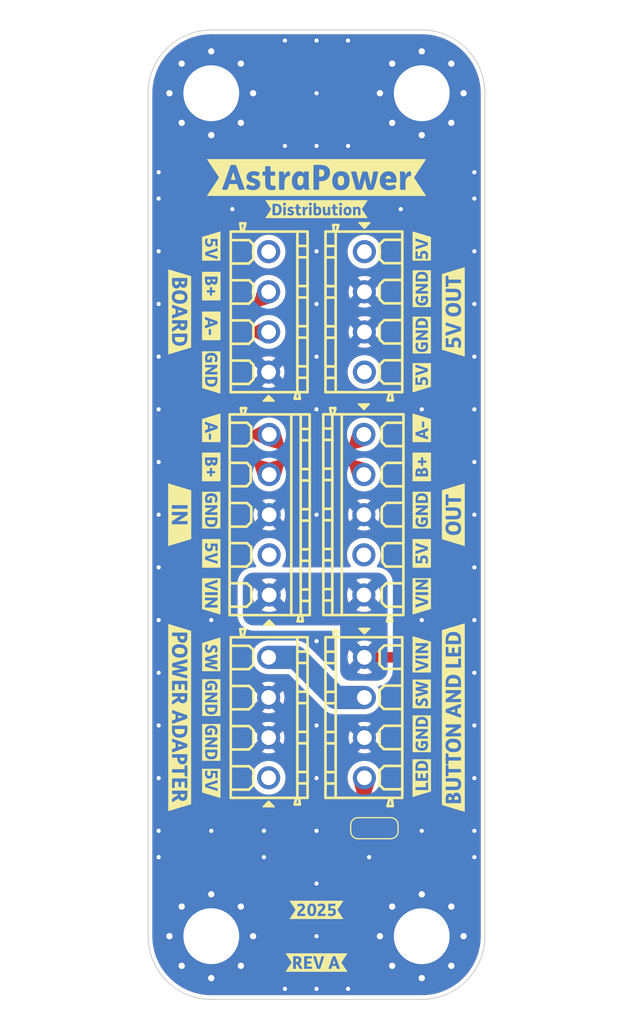
<source format=kicad_pcb>
(kicad_pcb (version 20240108) (generator "pcbnew") (generator_version "8.0")
  (title_block (title "Title") (date "2024-12-27") (rev "A") (company "LiveAstra Technologies"))
  (layers (0 "F.Cu" mixed) (1 "In1.Cu" power) (2 "In2.Cu" power) (31 "B.Cu" mixed) (34 "B.Paste" user) (35 "F.Paste" user) (36 "B.SilkS" user "B.Silkscreen") (37 "F.SilkS" user "F.Silkscreen") (38 "B.Mask" user) (39 "F.Mask" user) (44 "Edge.Cuts" user))
  (property "BOARD_NAME" "AstraControlPower")
  (property "PROJECT_NAME" "AstraBeam")
  (net 0 "")
  (net 1 "GND")
  (net 2 "/Block Diagram/VIN")
  (net 3 "/Block Diagram/5V")
  (net 4 "/Block Diagram/VIN_SW")
  (net 5 "/Block Diagram/LED")
  (net 6 "/Block Diagram/RS485+")
  (net 7 "/Block Diagram/RS485-")
  (footprint "kibuzzard-67B37E14" (layer "F.Cu") (at 150 92.078168 -90)
    (property "Reference" "kibuzzard-67B37E14" (hide yes))
    (property "Value" "G***" (hide yes))
  )
  (footprint "kibuzzard-676F3984" (layer "F.Cu") (at 170 123.25 90)
    (property "Reference" "kibuzzard-676F3984" (hide yes))
    (property "Value" "G***" (hide yes))
  )
  (footprint "kibuzzard-676F3AEF" (layer "F.Cu") (at 170 105.464365 90)
    (property "Reference" "kibuzzard-676F3AEF" (hide yes))
    (property "Value" "G***" (hide yes))
  )
  (footprint "LiveAstra:CN_SCREW_TERMINAL_WJ124_4P-P3.81_KF124-4P" (layer "F.Cu") (at 164.5 90.75)
    (property "Reference" "CN6" (hide yes))
    (property "Value" "WJ124_5P" (hide yes))
    (pad "1" thru_hole circle (at 0.05 -5.715 270) (size 2.2 2.2) (drill 1.4) (layers "*.Cu" "*.Mask") (net 3 "/Block Diagram/5V"))
    (pad "2" thru_hole circle (at 0.05 -1.905 270) (size 2.2 2.2) (drill 1.4) (layers "*.Cu" "*.Mask") (net 1 "GND"))
    (pad "3" thru_hole circle (at 0.05 1.905 270) (size 2.2 2.2) (drill 1.4) (layers "*.Cu" "*.Mask") (net 1 "GND"))
    (pad "4" thru_hole circle (at 0.05 5.715 270) (size 2.2 2.2) (drill 1.4) (layers "*.Cu" "*.Mask") (net 3 "/Block Diagram/5V"))
  )
  (footprint "kibuzzard-676F3AEB" (layer "F.Cu") (at 150 101.75 -90)
    (property "Reference" "kibuzzard-676F3AEB" (hide yes))
    (property "Value" "G***" (hide yes))
  )
  (footprint "kibuzzard-67B37F0D" (layer "F.Cu") (at 147 90.75 -90)
    (property "Reference" "kibuzzard-67B37F0D" (hide yes))
    (property "Value" "G***" (hide yes))
  )
  (footprint "LiveAstra:CN_SCREW_TERMINAL_WJ124_5P-P3.81_KF124-5P" (layer "F.Cu") (at 164.5 110 -90)
    (property "Reference" "CN5" (hide yes))
    (property "Value" "WJ124_5P" (hide yes))
    (pad "1" thru_hole circle (at -7.62 0 270) (size 2.2 2.2) (drill 1.4) (layers "*.Cu" "*.Mask") (net 7 "/Block Diagram/RS485-"))
    (pad "2" thru_hole circle (at -3.81 0 270) (size 2.2 2.2) (drill 1.4) (layers "*.Cu" "*.Mask") (net 6 "/Block Diagram/RS485+"))
    (pad "3" thru_hole circle (at 0 0 270) (size 2.2 2.2) (drill 1.4) (layers "*.Cu" "*.Mask") (net 1 "GND"))
    (pad "4" thru_hole circle (at 3.81 0 270) (size 2.2 2.2) (drill 1.4) (layers "*.Cu" "*.Mask") (net 3 "/Block Diagram/5V"))
    (pad "5" thru_hole circle (at 7.62 0 270) (size 2.2 2.2) (drill 1.4) (layers "*.Cu" "*.Mask") (net 2 "/Block Diagram/VIN"))
  )
  (footprint "kibuzzard-67B37CA5" (layer "F.Cu") (at 150 113.668452 -90)
    (property "Reference" "kibuzzard-67B37CA5" (hide yes))
    (property "Value" "G***" (hide yes))
  )
  (footprint "kibuzzard-67B37F03" (layer "F.Cu") (at 173 90.75 90)
    (property "Reference" "kibuzzard-67B37F03" (hide yes))
    (property "Value" "G***" (hide yes))
  )
  (footprint "kibuzzard-676F3EA4" (layer "F.Cu") (at 150 131.606835 -90)
    (property "Reference" "kibuzzard-676F3EA4" (hide yes))
    (property "Value" "G***" (hide yes))
  )
  (footprint "Jumper:SolderJumper-2_P1.3mm_Bridged_RoundedPad1.0x1.5mm" (layer "F.Cu") (at 165.5 139.75 180)
    (property "Reference" "JP1" (hide yes))
    (property "Value" "JP_SolderJumper_2_Bridged" (hide yes))
    (fp_poly (pts (xy 0.25 -0.3) (xy -0.25 -0.3) (xy -0.25 0.3) (xy 0.25 0.3)) (fill solid) (layer "F.Cu"))
    (pad "1" smd roundrect (at -1 0 180) (size 1.2 1.5) (layers "F.Cu" "F.Paste" "F.Mask") (roundrect_rratio 0.208333) (net 2 "/Block Diagram/VIN"))
    (pad "1" smd custom (at -0.65 0 180) (size 1 0.5) (layers "F.Cu" "F.Mask") (net 2 "/Block Diagram/VIN") (options (clearance outline) (anchor rect)) (primitives (gr_circle (center 0 0.25) (end 0.5 0.25) (width 0) (fill yes)) (gr_circle (center 0 -0.25) (end 0.5 -0.25) (width 0) (fill yes)) (gr_poly (pts (xy 0.5 0.75) (xy 0 0.75) (xy 0 -0.75) (xy 0.5 -0.75)) (width 0) (fill yes))))
    (pad "2" smd custom (at 0.65 0 180) (size 1 0.5) (layers "F.Cu" "F.Mask") (net 5 "/Block Diagram/LED") (options (clearance outline) (anchor rect)) (primitives (gr_circle (center 0 0.25) (end 0.5 0.25) (width 0) (fill yes)) (gr_circle (center 0 -0.25) (end 0.5 -0.25) (width 0) (fill yes)) (gr_poly (pts (xy 0 0.75) (xy -0.5 0.75) (xy -0.5 -0.75) (xy 0 -0.75)) (width 0) (fill yes))))
    (pad "2" smd roundrect (at 1 0 180) (size 1.2 1.5) (layers "F.Cu" "F.Paste" "F.Mask") (roundrect_rratio 0.208333) (net 5 "/Block Diagram/LED"))
  )
  (footprint "kibuzzard-67B37CA5" (layer "F.Cu") (at 170 113.668452 90)
    (property "Reference" "kibuzzard-67B37CA5" (hide yes))
    (property "Value" "G***" (hide yes))
  )
  (footprint "kibuzzard-67B37D44" (layer "F.Cu") (at 170 117.75 90)
    (property "Reference" "kibuzzard-67B37D44" (hide yes))
    (property "Value" "G***" (hide yes))
  )
  (footprint "kibuzzard-676F39A3" (layer "F.Cu") (at 170 130.790167 90)
    (property "Reference" "kibuzzard-676F39A3" (hide yes))
    (property "Value" "G***" (hide yes))
  )
  (footprint "kibuzzard-678BDE27" (layer "F.Cu") (at 160 147.5)
    (property "Reference" "kibuzzard-678BDE27" (hide yes))
    (property "Value" "G***" (hide yes))
  )
  (footprint "kibuzzard-67B37E63" (layer "F.Cu") (at 150 96.5 -90)
    (property "Reference" "kibuzzard-67B37E63" (hide yes))
    (property "Value" "G***" (hide yes))
  )
  (footprint "kibuzzard-676F4065" (layer "F.Cu") (at 160 152.5)
    (property "Reference" "kibuzzard-676F4065" (hide yes))
    (property "Value" "G***" (hide yes))
  )
  (footprint "kibuzzard-676F3A07" (layer "F.Cu") (at 150 84.5 -90)
    (property "Reference" "kibuzzard-676F3A07" (hide yes))
    (property "Value" "G***" (hide yes))
  )
  (footprint "kibuzzard-676F399B" (layer "F.Cu") (at 170 127.009359 90)
    (property "Reference" "kibuzzard-676F399B" (hide yes))
    (property "Value" "G***" (hide yes))
  )
  (footprint "kibuzzard-676F3AEF" (layer "F.Cu") (at 150 105.464365 -90)
    (property "Reference" "kibuzzard-676F3AEF" (hide yes))
    (property "Value" "G***" (hide yes))
  )
  (footprint "kibuzzard-67B37D58" (layer "F.Cu") (at 170 101.75 90)
    (property "Reference" "kibuzzard-67B37D58" (hide yes))
    (property "Value" "G***" (hide yes))
  )
  (footprint "kibuzzard-67B37EF2" (layer "F.Cu") (at 173 129.25 90)
    (property "Reference" "kibuzzard-67B37EF2" (hide yes))
    (property "Value" "G***" (hide yes))
  )
  (footprint "MountingHole:MountingHole_5.3mm_M5_Pad_Via" (layer "F.Cu") (at 170 150)
    (property "Reference" "H4" (hide yes))
    (property "Value" "MountingHole_Pad")
    (pad "1" thru_hole circle (at -3.975 0) (size 0.9 0.9) (drill 0.6) (layers "*.Cu" "*.Mask") (net 1 "GND"))
    (pad "1" thru_hole circle (at -2.810749 -2.810749) (size 0.9 0.9) (drill 0.6) (layers "*.Cu" "*.Mask") (net 1 "GND"))
    (pad "1" thru_hole circle (at -2.810749 2.810749) (size 0.9 0.9) (drill 0.6) (layers "*.Cu" "*.Mask") (net 1 "GND"))
    (pad "1" thru_hole circle (at 0 -3.975) (size 0.9 0.9) (drill 0.6) (layers "*.Cu" "*.Mask") (net 1 "GND"))
    (pad "1" thru_hole circle (at 0 0) (size 10.6 10.6) (drill 5.3) (layers "*.Cu" "*.Mask") (net 1 "GND"))
    (pad "1" thru_hole circle (at 0 3.975) (size 0.9 0.9) (drill 0.6) (layers "*.Cu" "*.Mask") (net 1 "GND"))
    (pad "1" thru_hole circle (at 2.810749 -2.810749) (size 0.9 0.9) (drill 0.6) (layers "*.Cu" "*.Mask") (net 1 "GND"))
    (pad "1" thru_hole circle (at 2.810749 2.810749) (size 0.9 0.9) (drill 0.6) (layers "*.Cu" "*.Mask") (net 1 "GND"))
    (pad "1" thru_hole circle (at 3.975 0) (size 0.9 0.9) (drill 0.6) (layers "*.Cu" "*.Mask") (net 1 "GND"))
  )
  (footprint "kibuzzard-67B37EB4" (layer "F.Cu") (at 173 110 90)
    (property "Reference" "kibuzzard-67B37EB4" (hide yes))
    (property "Value" "G***" (hide yes))
  )
  (footprint "LiveAstra:CN_SCREW_TERMINAL_WJ124_4P-P3.81_KF124-4P" (layer "F.Cu") (at 164.5 129.25)
    (property "Reference" "CN3" (hide yes))
    (property "Value" "WJ124_5P" (hide yes))
    (pad "1" thru_hole circle (at 0.05 -5.715 270) (size 2.2 2.2) (drill 1.4) (layers "*.Cu" "*.Mask") (net 2 "/Block Diagram/VIN"))
    (pad "2" thru_hole circle (at 0.05 -1.905 270) (size 2.2 2.2) (drill 1.4) (layers "*.Cu" "*.Mask") (net 4 "/Block Diagram/VIN_SW"))
    (pad "3" thru_hole circle (at 0.05 1.905 270) (size 2.2 2.2) (drill 1.4) (layers "*.Cu" "*.Mask") (net 1 "GND"))
    (pad "4" thru_hole circle (at 0.05 5.715 270) (size 2.2 2.2) (drill 1.4) (layers "*.Cu" "*.Mask") (net 5 "/Block Diagram/LED"))
  )
  (footprint "kibuzzard-676F3EA7" (layer "F.Cu") (at 150 135.5 -90)
    (property "Reference" "kibuzzard-676F3EA7" (hide yes))
    (property "Value" "G***" (hide yes))
  )
  (footprint "kibuzzard-67B38015" (layer "F.Cu") (at 160 78)
    (property "Reference" "kibuzzard-67B38015" (hide yes))
    (property "Value" "G***" (hide yes))
  )
  (footprint "kibuzzard-676F39A3" (layer "F.Cu") (at 170 92.952201 90)
    (property "Reference" "kibuzzard-676F39A3" (hide yes))
    (property "Value" "G***" (hide yes))
  )
  (footprint "MountingHole:MountingHole_5.3mm_M5_Pad_Via" (layer "F.Cu") (at 150 70)
    (property "Reference" "H2" (hide yes))
    (property "Value" "MountingHole_Pad")
    (pad "1" thru_hole circle (at -3.975 0) (size 0.9 0.9) (drill 0.6) (layers "*.Cu" "*.Mask") (net 1 "GND"))
    (pad "1" thru_hole circle (at -2.810749 -2.810749) (size 0.9 0.9) (drill 0.6) (layers "*.Cu" "*.Mask") (net 1 "GND"))
    (pad "1" thru_hole circle (at -2.810749 2.810749) (size 0.9 0.9) (drill 0.6) (layers "*.Cu" "*.Mask") (net 1 "GND"))
    (pad "1" thru_hole circle (at 0 -3.975) (size 0.9 0.9) (drill 0.6) (layers "*.Cu" "*.Mask") (net 1 "GND"))
    (pad "1" thru_hole circle (at 0 0) (size 10.6 10.6) (drill 5.3) (layers "*.Cu" "*.Mask") (net 1 "GND"))
    (pad "1" thru_hole circle (at 0 3.975) (size 0.9 0.9) (drill 0.6) (layers "*.Cu" "*.Mask") (net 1 "GND"))
    (pad "1" thru_hole circle (at 2.810749 -2.810749) (size 0.9 0.9) (drill 0.6) (layers "*.Cu" "*.Mask") (net 1 "GND"))
    (pad "1" thru_hole circle (at 2.810749 2.810749) (size 0.9 0.9) (drill 0.6) (layers "*.Cu" "*.Mask") (net 1 "GND"))
    (pad "1" thru_hole circle (at 3.975 0) (size 0.9 0.9) (drill 0.6) (layers "*.Cu" "*.Mask") (net 1 "GND"))
  )
  (footprint "kibuzzard-67B37CB1" (layer "F.Cu") (at 150 117.75 -90)
    (property "Reference" "kibuzzard-67B37CB1" (hide yes))
    (property "Value" "G***" (hide yes))
  )
  (footprint "MountingHole:MountingHole_5.3mm_M5_Pad_Via" (layer "F.Cu") (at 170 70)
    (property "Reference" "H1" (hide yes))
    (property "Value" "MountingHole_Pad")
    (pad "1" thru_hole circle (at -3.975 0) (size 0.9 0.9) (drill 0.6) (layers "*.Cu" "*.Mask") (net 1 "GND"))
    (pad "1" thru_hole circle (at -2.810749 -2.810749) (size 0.9 0.9) (drill 0.6) (layers "*.Cu" "*.Mask") (net 1 "GND"))
    (pad "1" thru_hole circle (at -2.810749 2.810749) (size 0.9 0.9) (drill 0.6) (layers "*.Cu" "*.Mask") (net 1 "GND"))
    (pad "1" thru_hole circle (at 0 -3.975) (size 0.9 0.9) (drill 0.6) (layers "*.Cu" "*.Mask") (net 1 "GND"))
    (pad "1" thru_hole circle (at 0 0) (size 10.6 10.6) (drill 5.3) (layers "*.Cu" "*.Mask") (net 1 "GND"))
    (pad "1" thru_hole circle (at 0 3.975) (size 0.9 0.9) (drill 0.6) (layers "*.Cu" "*.Mask") (net 1 "GND"))
    (pad "1" thru_hole circle (at 2.810749 -2.810749) (size 0.9 0.9) (drill 0.6) (layers "*.Cu" "*.Mask") (net 1 "GND"))
    (pad "1" thru_hole circle (at 2.810749 2.810749) (size 0.9 0.9) (drill 0.6) (layers "*.Cu" "*.Mask") (net 1 "GND"))
    (pad "1" thru_hole circle (at 3.975 0) (size 0.9 0.9) (drill 0.6) (layers "*.Cu" "*.Mask") (net 1 "GND"))
  )
  (footprint "LiveAstra:CN_SCREW_TERMINAL_WJ124_4P-P3.81_KF124-4P" (layer "F.Cu") (at 155.5 129.25 180)
    (property "Reference" "CN1" (hide yes))
    (property "Value" "WJ124_5P" (hide yes))
    (pad "1" thru_hole circle (at 0.05 -5.715 90) (size 2.2 2.2) (drill 1.4) (layers "*.Cu" "*.Mask") (net 3 "/Block Diagram/5V"))
    (pad "2" thru_hole circle (at 0.05 -1.905 90) (size 2.2 2.2) (drill 1.4) (layers "*.Cu" "*.Mask") (net 1 "GND"))
    (pad "3" thru_hole circle (at 0.05 1.905 90) (size 2.2 2.2) (drill 1.4) (layers "*.Cu" "*.Mask") (net 1 "GND"))
    (pad "4" thru_hole circle (at 0.05 5.715 90) (size 2.2 2.2) (drill 1.4) (layers "*.Cu" "*.Mask") (net 4 "/Block Diagram/VIN_SW"))
  )
  (footprint "LiveAstra:CN_SCREW_TERMINAL_WJ124_4P-P3.81_KF124-4P" (layer "F.Cu") (at 155.5 90.75 180)
    (property "Reference" "CN4" (hide yes))
    (property "Value" "WJ124_5P" (hide yes))
    (pad "1" thru_hole circle (at 0.05 -5.715 90) (size 2.2 2.2) (drill 1.4) (layers "*.Cu" "*.Mask") (net 1 "GND"))
    (pad "2" thru_hole circle (at 0.05 -1.905 90) (size 2.2 2.2) (drill 1.4) (layers "*.Cu" "*.Mask") (net 7 "/Block Diagram/RS485-"))
    (pad "3" thru_hole circle (at 0.05 1.905 90) (size 2.2 2.2) (drill 1.4) (layers "*.Cu" "*.Mask") (net 6 "/Block Diagram/RS485+"))
    (pad "4" thru_hole circle (at 0.05 5.715 90) (size 2.2 2.2) (drill 1.4) (layers "*.Cu" "*.Mask") (net 3 "/Block Diagram/5V"))
  )
  (footprint "LiveAstra:CN_SCREW_TERMINAL_WJ124_5P-P3.81_KF124-5P" (layer "F.Cu") (at 155.5 110 90)
    (property "Reference" "CN2" (hide yes))
    (property "Value" "WJ124_5P" (hide yes))
    (pad "1" thru_hole circle (at -7.62 0 90) (size 2.2 2.2) (drill 1.4) (layers "*.Cu" "*.Mask") (net 2 "/Block Diagram/VIN"))
    (pad "2" thru_hole circle (at -3.81 0 90) (size 2.2 2.2) (drill 1.4) (layers "*.Cu" "*.Mask") (net 3 "/Block Diagram/5V"))
    (pad "3" thru_hole circle (at 0 0 90) (size 2.2 2.2) (drill 1.4) (layers "*.Cu" "*.Mask") (net 1 "GND"))
    (pad "4" thru_hole circle (at 3.81 0 90) (size 2.2 2.2) (drill 1.4) (layers "*.Cu" "*.Mask") (net 6 "/Block Diagram/RS485+"))
    (pad "5" thru_hole circle (at 7.62 0 90) (size 2.2 2.2) (drill 1.4) (layers "*.Cu" "*.Mask") (net 7 "/Block Diagram/RS485-"))
  )
  (footprint "kibuzzard-676F3EA0" (layer "F.Cu") (at 150 127.357066 -90)
    (property "Reference" "kibuzzard-676F3EA0" (hide yes))
    (property "Value" "G***" (hide yes))
  )
  (footprint "kibuzzard-676F3E9C" (layer "F.Cu") (at 150 123.25 -90)
    (property "Reference" "kibuzzard-676F3E9C" (hide yes))
    (property "Value" "G***" (hide yes))
  )
  (footprint "kibuzzard-676F3A03" (layer "F.Cu") (at 150 109.565457 -90)
    (property "Reference" "kibuzzard-676F3A03" (hide yes))
    (property "Value" "G***" (hide yes))
  )
  (footprint "kibuzzard-676F39AF" (layer "F.Cu") (at 170 135 90)
    (property "Reference" "kibuzzard-676F39AF" (hide yes))
    (property "Value" "G***" (hide yes))
  )
  (footprint "kibuzzard-676F3A07" (layer "F.Cu") (at 170 97 90)
    (property "Reference" "kibuzzard-676F3A07" (hide yes))
    (property "Value" "G***" (hide yes))
  )
  (footprint "kibuzzard-676F39FE" (layer "F.Cu") (at 170 84.5 90)
    (property "Reference" "kibuzzard-676F39FE" (hide yes))
    (property "Value" "G***" (hide yes))
  )
  (footprint "kibuzzard-676F3AEF" (layer "F.Cu") (at 150 88.304145 -90)
    (property "Reference" "kibuzzard-676F3AEF" (hide yes))
    (property "Value" "G***" (hide yes))
  )
  (footprint "kibuzzard-676F3A03" (layer "F.Cu") (at 170 88.547798 90)
    (property "Reference" "kibuzzard-676F3A03" (hide yes))
    (property "Value" "G***" (hide yes))
  )
  (footprint "kibuzzard-676F3A03" (layer "F.Cu") (at 170 109.565457 90)
    (property "Reference" "kibuzzard-676F3A03" (hide yes))
    (property "Value" "G***" (hide yes))
  )
  (footprint "kibuzzard-67B37E9D" (layer "F.Cu") (at 147 110 -90)
    (property "Reference" "kibuzzard-67B37E9D" (hide yes))
    (property "Value" "G***" (hide yes))
  )
  (footprint "kibuzzard-67B37ED7" (layer "F.Cu") (at 147 129.25 -90)
    (property "Reference" "kibuzzard-67B37ED7" (hide yes))
    (property "Value" "G***" (hide yes))
  )
  (footprint "kibuzzard-67B771C2" (layer "F.Cu") (at 160 81)
    (property "Reference" "kibuzzard-67B771C2" (hide yes))
    (property "Value" "G***" (hide yes))
  )
  (footprint "MountingHole:MountingHole_5.3mm_M5_Pad_Via" (layer "F.Cu") (at 150 150)
    (property "Reference" "H3" (hide yes))
    (property "Value" "MountingHole_Pad")
    (pad "1" thru_hole circle (at -3.975 0) (size 0.9 0.9) (drill 0.6) (layers "*.Cu" "*.Mask") (net 1 "GND"))
    (pad "1" thru_hole circle (at -2.810749 -2.810749) (size 0.9 0.9) (drill 0.6) (layers "*.Cu" "*.Mask") (net 1 "GND"))
    (pad "1" thru_hole circle (at -2.810749 2.810749) (size 0.9 0.9) (drill 0.6) (layers "*.Cu" "*.Mask") (net 1 "GND"))
    (pad "1" thru_hole circle (at 0 -3.975) (size 0.9 0.9) (drill 0.6) (layers "*.Cu" "*.Mask") (net 1 "GND"))
    (pad "1" thru_hole circle (at 0 0) (size 10.6 10.6) (drill 5.3) (layers "*.Cu" "*.Mask") (net 1 "GND"))
    (pad "1" thru_hole circle (at 0 3.975) (size 0.9 0.9) (drill 0.6) (layers "*.Cu" "*.Mask") (net 1 "GND"))
    (pad "1" thru_hole circle (at 2.810749 -2.810749) (size 0.9 0.9) (drill 0.6) (layers "*.Cu" "*.Mask") (net 1 "GND"))
    (pad "1" thru_hole circle (at 2.810749 2.810749) (size 0.9 0.9) (drill 0.6) (layers "*.Cu" "*.Mask") (net 1 "GND"))
    (pad "1" thru_hole circle (at 3.975 0) (size 0.9 0.9) (drill 0.6) (layers "*.Cu" "*.Mask") (net 1 "GND"))
  )
  (gr_arc (start 170 64) (mid 174.242641 65.757359) (end 176 70) (stroke (width 0.1)) (layer "Edge.Cuts"))
  (gr_arc (start 144 70) (mid 145.757359 65.757359) (end 150 64) (stroke (width 0.1)) (layer "Edge.Cuts"))
  (gr_arc (start 176 150) (mid 174.242641 154.242641) (end 170 156) (stroke (width 0.1)) (layer "Edge.Cuts"))
  (gr_line (start 176 70) (end 176 150) (stroke (width 0.1)) (layer "Edge.Cuts"))
  (gr_line (start 170 156) (end 150 156) (stroke (width 0.1)) (layer "Edge.Cuts"))
  (gr_line (start 150 64) (end 170 64) (stroke (width 0.1)) (layer "Edge.Cuts"))
  (gr_arc (start 150 156) (mid 145.757359 154.242641) (end 144 150) (stroke (width 0.1)) (layer "Edge.Cuts"))
  (gr_line (start 144 150) (end 144 70) (stroke (width 0.1)) (layer "Edge.Cuts"))
  (via (at 160 135) (size 0.8) (drill 0.4) (layers "F.Cu" "B.Cu") (net 1))
  (via (at 157 65) (size 0.8) (drill 0.4) (layers "F.Cu" "B.Cu") (net 1))
  (via (at 170 140) (size 0.8) (drill 0.4) (layers "F.Cu" "B.Cu") (net 1))
  (via (at 145 142.5) (size 0.8) (drill 0.4) (layers "F.Cu" "B.Cu") (net 1))
  (via (at 150 140) (size 0.8) (drill 0.4) (layers "F.Cu" "B.Cu") (net 1))
  (via (at 145 110) (size 0.8) (drill 0.4) (layers "F.Cu" "B.Cu") (net 1))
  (via (at 157 75) (size 0.8) (drill 0.4) (layers "F.Cu" "B.Cu") (net 1))
  (via (at 145 125) (size 0.8) (drill 0.4) (layers "F.Cu" "B.Cu") (net 1))
  (via (at 160 155) (size 0.8) (drill 0.4) (layers "F.Cu" "B.Cu") (net 1))
  (via (at 175 130) (size 0.8) (drill 0.4) (layers "F.Cu" "B.Cu") (net 1))
  (via (at 175 125) (size 0.8) (drill 0.4) (layers "F.Cu" "B.Cu") (net 1))
  (via (at 170 120) (size 0.8) (drill 0.4) (layers "F.Cu" "B.Cu") (net 1))
  (via (at 160 150) (size 0.8) (drill 0.4) (layers "F.Cu" "B.Cu") (net 1))
  (via (at 163 65) (size 0.8) (drill 0.4) (layers "F.Cu" "B.Cu") (net 1))
  (via (at 145 100) (size 0.8) (drill 0.4) (layers "F.Cu" "B.Cu") (net 1))
  (via (at 175 135) (size 0.8) (drill 0.4) (layers "F.Cu" "B.Cu") (net 1))
  (via (at 165 142.5) (size 0.8) (drill 0.4) (layers "F.Cu" "B.Cu") (net 1))
  (via (at 160 90) (size 0.8) (drill 0.4) (layers "F.Cu" "B.Cu") (net 1))
  (via (at 175 90) (size 0.8) (drill 0.4) (layers "F.Cu" "B.Cu") (net 1))
  (via (at 145 80) (size 0.8) (drill 0.4) (layers "F.Cu" "B.Cu") (net 1))
  (via (at 155 142.5) (size 0.8) (drill 0.4) (layers "F.Cu" "B.Cu") (net 1))
  (via (at 145 77.5) (size 0.8) (drill 0.4) (layers "F.Cu" "B.Cu") (net 1))
  (via (at 145 140) (size 0.8) (drill 0.4) (layers "F.Cu" "B.Cu") (net 1))
  (via (at 155 140) (size 0.8) (drill 0.4) (layers "F.Cu" "B.Cu") (net 1))
  (via (at 175 110) (size 0.8) (drill 0.4) (layers "F.Cu" "B.Cu") (net 1))
  (via (at 152 81) (size 0.8) (drill 0.4) (layers "F.Cu" "B.Cu") (net 1))
  (via (at 163 155) (size 0.8) (drill 0.4) (layers "F.Cu" "B.Cu") (net 1))
  (via (at 160 75) (size 0.8) (drill 0.4) (layers "F.Cu" "B.Cu") (net 1))
  (via (at 145 120) (size 0.8) (drill 0.4) (layers "F.Cu" "B.Cu") (net 1))
  (via (at 160 100) (size 0.8) (drill 0.4) (layers "F.Cu" "B.Cu") (net 1))
  (via (at 175 95) (size 0.8) (drill 0.4) (layers "F.Cu" "B.Cu") (net 1))
  (via (at 163 75) (size 0.8) (drill 0.4) (layers "F.Cu" "B.Cu") (net 1))
  (via (at 175 120) (size 0.8) (drill 0.4) (layers "F.Cu" "B.Cu") (net 1))
  (via (at 160 145) (size 0.8) (drill 0.4) (layers "F.Cu" "B.Cu") (net 1))
  (via (at 175 105) (size 0.8) (drill 0.4) (layers "F.Cu" "B.Cu") (net 1))
  (via (at 168 81) (size 0.8) (drill 0.4) (layers "F.Cu" "B.Cu") (net 1))
  (via (at 160 70) (size 0.8) (drill 0.4) (layers "F.Cu" "B.Cu") (net 1))
  (via (at 175 100) (size 0.8) (drill 0.4) (layers "F.Cu" "B.Cu") (net 1))
  (via (at 160 85) (size 0.8) (drill 0.4) (layers "F.Cu" "B.Cu") (net 1))
  (via (at 145 90) (size 0.8) (drill 0.4) (layers "F.Cu" "B.Cu") (net 1))
  (via (at 145 95) (size 0.8) (drill 0.4) (layers "F.Cu" "B.Cu") (net 1))
  (via (at 145 85) (size 0.8) (drill 0.4) (layers "F.Cu" "B.Cu") (net 1))
  (via (at 160 95) (size 0.8) (drill 0.4) (layers "F.Cu" "B.Cu") (net 1))
  (via (at 145 105) (size 0.8) (drill 0.4) (layers "F.Cu" "B.Cu") (net 1))
  (via (at 175 80) (size 0.8) (drill 0.4) (layers "F.Cu" "B.Cu") (net 1))
  (via (at 150 120) (size 0.8) (drill 0.4) (layers "F.Cu" "B.Cu") (net 1))
  (via (at 160 140) (size 0.8) (drill 0.4) (layers "F.Cu" "B.Cu") (net 1))
  (via (at 175 142.5) (size 0.8) (drill 0.4) (layers "F.Cu" "B.Cu") (net 1))
  (via (at 175 85) (size 0.8) (drill 0.4) (layers "F.Cu" "B.Cu") (net 1))
  (via (at 160 122) (size 0.8) (drill 0.4) (layers "F.Cu" "B.Cu") (net 1))
  (via (at 175 140) (size 0.8) (drill 0.4) (layers "F.Cu" "B.Cu") (net 1))
  (via (at 175 115) (size 0.8) (drill 0.4) (layers "F.Cu" "B.Cu") (net 1))
  (via (at 145 130) (size 0.8) (drill 0.4) (layers "F.Cu" "B.Cu") (net 1))
  (via (at 145 135) (size 0.8) (drill 0.4) (layers "F.Cu" "B.Cu") (net 1))
  (via (at 145 115) (size 0.8) (drill 0.4) (layers "F.Cu" "B.Cu") (net 1))
  (via (at 160 65) (size 0.8) (drill 0.4) (layers "F.Cu" "B.Cu") (net 1))
  (via (at 157 155) (size 0.8) (drill 0.4) (layers "F.Cu" "B.Cu") (net 1))
  (via (at 175 77.5) (size 0.8) (drill 0.4) (layers "F.Cu" "B.Cu") (net 1))
  (via (at 170 100) (size 0.8) (drill 0.4) (layers "F.Cu" "B.Cu") (net 1))
  (via (at 160 130) (size 0.8) (drill 0.4) (layers "F.Cu" "B.Cu") (net 1))
  (via (at 160 110) (size 0.8) (drill 0.4) (layers "F.Cu" "B.Cu") (net 1))
  (segment (start 166.5 139.75) (end 168.25 139.75) (width 1) (layer "F.Cu") (net 2))
  (segment (start 169 124) (end 168.535 123.535) (width 1) (layer "F.Cu") (net 2))
  (segment (start 168.535 123.535) (end 164.5 123.535) (width 1) (layer "F.Cu") (net 2))
  (segment (start 168.25 139.75) (end 169 139) (width 1) (layer "F.Cu") (net 2))
  (segment (start 169 139) (end 169 124) (width 1) (layer "F.Cu") (net 2))
  (segment (start 164.5 127.345) (end 161.845 127.345) (width 2.2) (layer "F.Cu") (net 4))
  (segment (start 158.035 123.535) (end 155.5 123.535) (width 2.2) (layer "F.Cu") (net 4))
  (segment (start 161.845 127.345) (end 158.035 123.535) (width 2.2) (layer "F.Cu") (net 4))
  (segment (start 158.035 123.535) (end 161.845 127.345) (width 2.2) (layer "B.Cu") (net 4))
  (segment (start 155.5 123.535) (end 158.035 123.535) (width 2.2) (layer "B.Cu") (net 4))
  (segment (start 161.845 127.345) (end 164.5 127.345) (width 2.2) (layer "B.Cu") (net 4))
  (segment (start 164.5 134.965) (end 164.5 139.75) (width 1) (layer "F.Cu") (net 5))
  (segment (start 155.5 106.19) (end 150.2046 100.8946) (width 0.1908) (layer "F.Cu") (net 6))
  (segment (start 164.5 106.19) (end 162.8904 104.5804) (width 0.1908) (layer "F.Cu") (net 6))
  (segment (start 150.2046 94.1404) (end 155.5 88.845) (width 0.1908) (layer "F.Cu") (net 6))
  (segment (start 157.1096 104.5804) (end 155.5 106.19) (width 0.1908) (layer "F.Cu") (net 6))
  (segment (start 150.2046 100.8946) (end 150.2046 94.1404) (width 0.1908) (layer "F.Cu") (net 6))
  (segment (start 162.8904 104.5804) (end 157.1096 104.5804) (width 0.1908) (layer "F.Cu") (net 6))
  (segment (start 150.7954 100.649882) (end 151.929266 101.783748) (width 0.1908) (layer "F.Cu") (net 7))
  (segment (start 150.7954 95.875118) (end 150.6954 95.875118) (width 0.1908) (layer "F.Cu") (net 7))
  (segment (start 155.5 92.655) (end 152.525518 92.655) (width 0.1908) (layer "F.Cu") (net 7))
  (segment (start 151.174144 94.006375) (end 150.7954 94.385118) (width 0.1908) (layer "F.Cu") (net 7))
  (segment (start 151.472952 95.875118) (end 151.0354 95.875118) (width 0.1908) (layer "F.Cu") (net 7))
  (segment (start 152.525518 102.38) (end 155.5 102.38) (width 0.1908) (layer "F.Cu") (net 7))
  (segment (start 157.1096 103.9896) (end 155.5 102.38) (width 0.1908) (layer "F.Cu") (net 7))
  (segment (start 152.022673 93.497257) (end 152.332087 93.806671) (width 0.1908) (layer "F.Cu") (net 7))
  (segment (start 150.6954 96.475118) (end 150.7954 96.475118) (width 0.1908) (layer "F.Cu") (net 7))
  (segment (start 151.0354 95.875118) (end 150.7954 95.875118) (width 0.1908) (layer "F.Cu") (net 7))
  (segment (start 151.929266 101.783748) (end 152.525518 102.38) (width 0.1908) (layer "F.Cu") (net 7))
  (segment (start 151.390543 97.075118) (end 151.0354 97.075118) (width 0.1908) (layer "F.Cu") (net 7))
  (segment (start 162.8904 103.9896) (end 157.1096 103.9896) (width 0.1908) (layer "F.Cu") (net 7))
  (segment (start 151.630543 96.715118) (end 151.630543 96.835118) (width 0.1908) (layer "F.Cu") (net 7))
  (segment (start 164.5 102.38) (end 162.8904 103.9896) (width 0.1908) (layer "F.Cu") (net 7))
  (segment (start 151.0354 96.475118) (end 151.390543 96.475118) (width 0.1908) (layer "F.Cu") (net 7))
  (segment (start 150.7954 97.315118) (end 150.7954 97.435118) (width 0.1908) (layer "F.Cu") (net 7))
  (segment (start 150.7954 96.475118) (end 151.0354 96.475118) (width 0.1908) (layer "F.Cu") (net 7))
  (segment (start 151.0354 95.275118) (end 151.472952 95.275118) (width 0.1908) (layer "F.Cu") (net 7))
  (segment (start 151.907822 94.230937) (end 151.598409 93.921524) (width 0.1908) (layer "F.Cu") (net 7))
  (segment (start 151.258999 93.921523) (end 151.174144 94.006375) (width 0.1908) (layer "F.Cu") (net 7))
  (segment (start 150.7954 94.385118) (end 150.7954 95.035118) (width 0.1908) (layer "F.Cu") (net 7))
  (segment (start 150.5954 95.975118) (end 150.5954 96.375118) (width 0.1908) (layer "F.Cu") (net 7))
  (segment (start 150.7954 97.435118) (end 150.7954 100.649882) (width 0.1908) (layer "F.Cu") (net 7))
  (segment (start 152.525518 92.655) (end 152.022673 93.157845) (width 0.1908) (layer "F.Cu") (net 7))
  (segment (start 152.332086 94.146083) (end 152.247234 94.230936) (width 0.1908) (layer "F.Cu") (net 7))
  (segment (start 151.712952 95.515118) (end 151.712952 95.635118) (width 0.1908) (layer "F.Cu") (net 7))
  (arc (start 152.022673 93.157845) (mid 151.952377 93.327552) (end 152.022673 93.497257) (width 0.1908) (layer "F.Cu") (net 7))
  (arc (start 151.390543 96.475118) (mid 151.560249 96.545412) (end 151.630543 96.715118) (width 0.1908) (layer "F.Cu") (net 7))
  (arc (start 151.472952 95.275118) (mid 151.642658 95.345412) (end 151.712952 95.515118) (width 0.1908) (layer "F.Cu") (net 7))
  (arc (start 150.5954 96.375118) (mid 150.624689 96.445829) (end 150.6954 96.475118) (width 0.1908) (layer "F.Cu") (net 7))
  (arc (start 152.247234 94.230936) (mid 152.077528 94.301231) (end 151.907822 94.230937) (width 0.1908) (layer "F.Cu") (net 7))
  (arc (start 151.598409 93.921524) (mid 151.428703 93.85123) (end 151.258999 93.921523) (width 0.1908) (layer "F.Cu") (net 7))
  (arc (start 151.630543 96.835118) (mid 151.560249 97.004824) (end 151.390543 97.075118) (width 0.1908) (layer "F.Cu") (net 7))
  (arc (start 151.0354 97.075118) (mid 150.865694 97.145412) (end 150.7954 97.315118) (width 0.1908) (layer "F.Cu") (net 7))
  (arc (start 150.7954 95.035118) (mid 150.865694 95.204824) (end 151.0354 95.275118) (width 0.1908) (layer "F.Cu") (net 7))
  (arc (start 152.332087 93.806671) (mid 152.402382 93.976376) (end 152.332086 94.146083) (width 0.1908) (layer "F.Cu") (net 7))
  (arc (start 150.6954 95.875118) (mid 150.624689 95.904407) (end 150.5954 95.975118) (width 0.1908) (layer "F.Cu") (net 7))
  (arc (start 151.712952 95.635118) (mid 151.642658 95.804824) (end 151.472952 95.875118) (width 0.1908) (layer "F.Cu") (net 7))
  (zone (net 0) (net_name "") (layer "F.Cu") (connect_pads (clearance 0)) (min_thickness 0.25)
    (keepout (tracks allowed) (vias allowed) (pads allowed) (copperpour not_allowed) (footprints allowed))
    (fill (thermal_gap 0.5) (thermal_bridge_width 0.5))
    (polygon (pts (xy 156.75 87.5) (xy 157 87.75) (xy 157 93.75) (xy 156.75 94) (xy 154.041096 94) (xy 153 95) (xy 153 98) (xy 156 101) (xy 165.75 101) (xy 166 101.25) (xy 166 107.25) (xy 165.75 107.5) (xy 153 107.5) (xy 148 102) (xy 148 93) (xy 153.5 87.5)))
  )
  (zone (net 1) (net_name "GND") (layers "F.Cu" "In1.Cu" "B.Cu") (connect_pads (clearance 0.5)) (min_thickness 0.25) (fill yes (thermal_gap 0.4) (thermal_bridge_width 1))
    (polygon (pts (xy 143.25 63.25) (xy 177 63) (xy 176.75 156.75) (xy 143.25 156.75)))
  )
  (zone (net 2) (net_name "/Block Diagram/VIN") (layers "F&B.Cu") (priority 1) (connect_pads (clearance 0.5)) (min_thickness 0.5) (fill yes (thermal_gap 0.5) (thermal_bridge_width 1) (smoothing fillet) (radius 1))
    (polygon (pts (xy 162.25 125.75) (xy 166.75 125.75) (xy 166.75 115.5) (xy 153 115.5) (xy 153 120.5) (xy 162.25 120.5)))
  )
)
</source>
